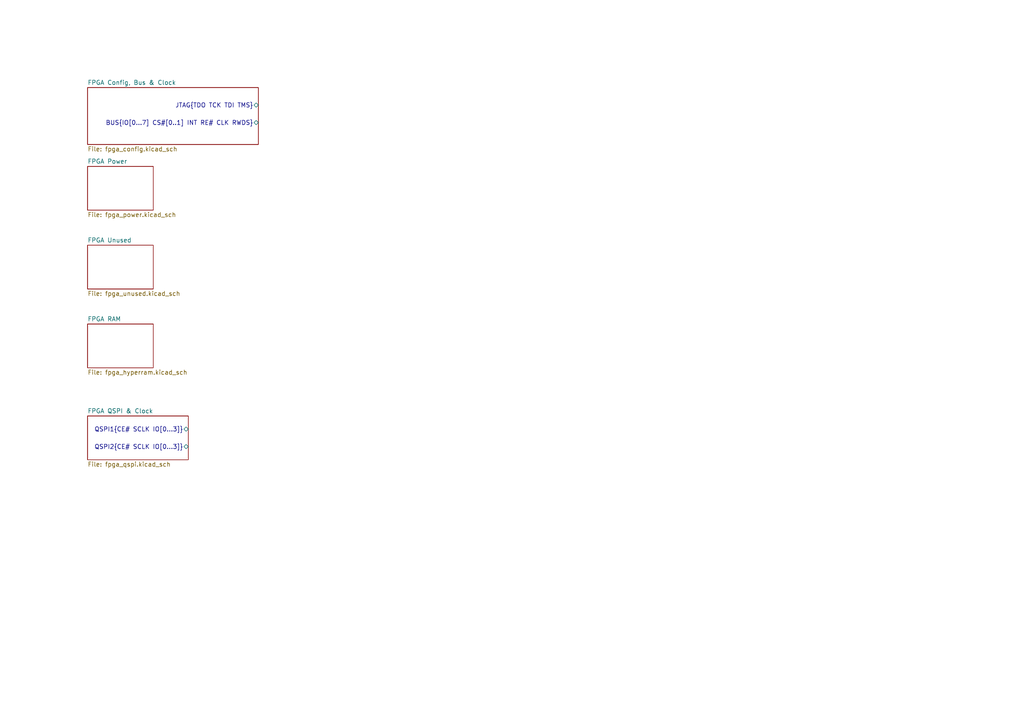
<source format=kicad_sch>
(kicad_sch (version 20221004) (generator eeschema)

  (uuid 92325a49-a243-42dd-8200-86da24c16ea6)

  (paper "A4")

  (lib_symbols
  )


  (sheet (at 25.4 48.26) (size 19.05 12.7) (fields_autoplaced)
    (stroke (width 0.1524) (type solid))
    (fill (color 0 0 0 0.0000))
    (uuid 0508c078-08cc-417f-b61f-48d56afe205a)
    (property "Sheetname" "FPGA Power" (at 25.4 47.5484 0)
      (effects (font (size 1.27 1.27)) (justify left bottom))
    )
    (property "Sheetfile" "fpga_power.kicad_sch" (at 25.4 61.5446 0)
      (effects (font (size 1.27 1.27)) (justify left top))
    )
  )

  (sheet (at 25.4 120.65) (size 29.21 12.7) (fields_autoplaced)
    (stroke (width 0.1524) (type solid))
    (fill (color 0 0 0 0.0000))
    (uuid 0b1b5c70-1f64-4928-ac3a-4f98af1b6ecc)
    (property "Sheetname" "FPGA QSPI & Clock" (at 25.4 119.9384 0)
      (effects (font (size 1.27 1.27)) (justify left bottom))
    )
    (property "Sheetfile" "fpga_qspi.kicad_sch" (at 25.4 133.9346 0)
      (effects (font (size 1.27 1.27)) (justify left top))
    )
    (pin "QSPI1{CE# SCLK IO[0...3]}" bidirectional (at 54.61 124.46 0)
      (effects (font (size 1.27 1.27)) (justify right))
      (uuid 20c567ab-db87-4232-ac14-08aaf8c65238)
    )
    (pin "QSPI2{CE# SCLK IO[0...3]}" bidirectional (at 54.61 129.54 0)
      (effects (font (size 1.27 1.27)) (justify right))
      (uuid aa1967d8-e99c-4b79-933e-228db33e3710)
    )
  )

  (sheet (at 25.4 93.98) (size 19.05 12.7) (fields_autoplaced)
    (stroke (width 0.1524) (type solid))
    (fill (color 0 0 0 0.0000))
    (uuid 163e4125-8e51-44a8-bfe7-73013b4370b0)
    (property "Sheetname" "FPGA RAM" (at 25.4 93.2684 0)
      (effects (font (size 1.27 1.27)) (justify left bottom))
    )
    (property "Sheetfile" "fpga_hyperram.kicad_sch" (at 25.4 107.2646 0)
      (effects (font (size 1.27 1.27)) (justify left top))
    )
  )

  (sheet (at 25.4 71.12) (size 19.05 12.7) (fields_autoplaced)
    (stroke (width 0.1524) (type solid))
    (fill (color 0 0 0 0.0000))
    (uuid 1dde2c5a-9472-4da9-baa6-1a560aaf54f6)
    (property "Sheetname" "FPGA Unused" (at 25.4 70.4084 0)
      (effects (font (size 1.27 1.27)) (justify left bottom))
    )
    (property "Sheetfile" "fpga_unused.kicad_sch" (at 25.4 84.4046 0)
      (effects (font (size 1.27 1.27)) (justify left top))
    )
  )

  (sheet (at 25.4 25.4) (size 49.53 16.51) (fields_autoplaced)
    (stroke (width 0.1524) (type solid))
    (fill (color 0 0 0 0.0000))
    (uuid dba551ab-d1c2-4929-8aa3-5e9b49e05fcf)
    (property "Sheetname" "FPGA Config, Bus & Clock" (at 25.4 24.6884 0)
      (effects (font (size 1.27 1.27)) (justify left bottom))
    )
    (property "Sheetfile" "fpga_config.kicad_sch" (at 25.4 42.4946 0)
      (effects (font (size 1.27 1.27)) (justify left top))
    )
    (pin "BUS{IO[0...7] CS#[0..1] INT RE# CLK RWDS}" bidirectional (at 74.93 35.56 0)
      (effects (font (size 1.27 1.27)) (justify right))
      (uuid 24d7e51b-8cdb-4a6c-a2f4-90fa5d917873)
    )
    (pin "JTAG{TDO TCK TDI TMS}" bidirectional (at 74.93 30.48 0)
      (effects (font (size 1.27 1.27)) (justify right))
      (uuid ad0f3a53-a3b3-4bfc-9cfa-895e425c9080)
    )
  )
)

</source>
